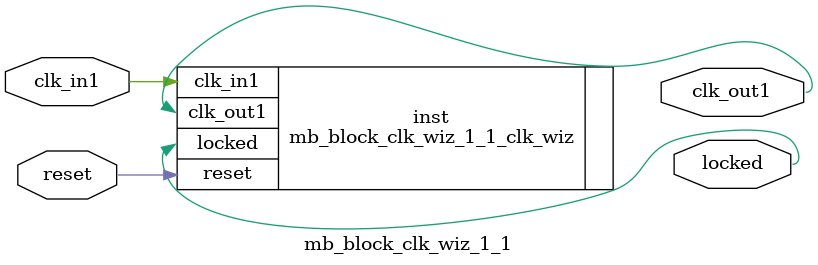
<source format=v>


`timescale 1ps/1ps

(* CORE_GENERATION_INFO = "mb_block_clk_wiz_1_1,clk_wiz_v6_0_11_0_0,{component_name=mb_block_clk_wiz_1_1,use_phase_alignment=true,use_min_o_jitter=false,use_max_i_jitter=false,use_dyn_phase_shift=false,use_inclk_switchover=false,use_dyn_reconfig=false,enable_axi=0,feedback_source=FDBK_AUTO,PRIMITIVE=MMCM,num_out_clk=1,clkin1_period=10.000,clkin2_period=10.000,use_power_down=false,use_reset=true,use_locked=true,use_inclk_stopped=false,feedback_type=SINGLE,CLOCK_MGR_TYPE=NA,manual_override=false}" *)

module mb_block_clk_wiz_1_1 
 (
  // Clock out ports
  output        clk_out1,
  // Status and control signals
  input         reset,
  output        locked,
 // Clock in ports
  input         clk_in1
 );

  mb_block_clk_wiz_1_1_clk_wiz inst
  (
  // Clock out ports  
  .clk_out1(clk_out1),
  // Status and control signals               
  .reset(reset), 
  .locked(locked),
 // Clock in ports
  .clk_in1(clk_in1)
  );

endmodule

</source>
